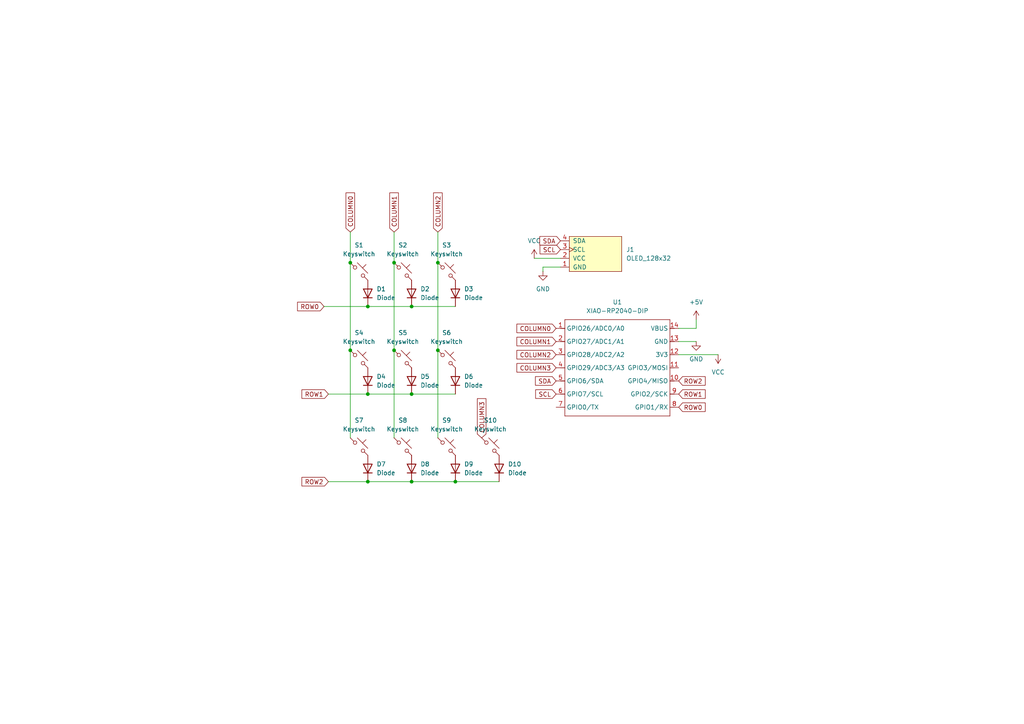
<source format=kicad_sch>
(kicad_sch
	(version 20231120)
	(generator "eeschema")
	(generator_version "8.0")
	(uuid "5b4dd8b7-96ec-44d0-baff-9a75616ef4b4")
	(paper "A4")
	(lib_symbols
		(symbol "ScottoKeebs:OLED_128x32"
			(pin_names
				(offset 1.016)
			)
			(exclude_from_sim no)
			(in_bom yes)
			(on_board yes)
			(property "Reference" "J"
				(at 0 -6.35 0)
				(effects
					(font
						(size 1.27 1.27)
					)
				)
			)
			(property "Value" "OLED_128x32"
				(at 0 6.35 0)
				(effects
					(font
						(size 1.27 1.27)
					)
				)
			)
			(property "Footprint" "ScottoKeebs_Components:OLED_128x32"
				(at 0 8.89 0)
				(effects
					(font
						(size 1.27 1.27)
					)
					(hide yes)
				)
			)
			(property "Datasheet" ""
				(at 0 1.27 0)
				(effects
					(font
						(size 1.27 1.27)
					)
					(hide yes)
				)
			)
			(property "Description" ""
				(at 0 0 0)
				(effects
					(font
						(size 1.27 1.27)
					)
					(hide yes)
				)
			)
			(symbol "OLED_128x32_0_1"
				(rectangle
					(start 0 5.08)
					(end 15.24 -5.08)
					(stroke
						(width 0)
						(type default)
					)
					(fill
						(type background)
					)
				)
			)
			(symbol "OLED_128x32_1_1"
				(pin power_in line
					(at -2.54 -3.81 0)
					(length 2.54)
					(name "GND"
						(effects
							(font
								(size 1.27 1.27)
							)
						)
					)
					(number "1"
						(effects
							(font
								(size 1.27 1.27)
							)
						)
					)
				)
				(pin power_in line
					(at -2.54 -1.27 0)
					(length 2.54)
					(name "VCC"
						(effects
							(font
								(size 1.27 1.27)
							)
						)
					)
					(number "2"
						(effects
							(font
								(size 1.27 1.27)
							)
						)
					)
				)
				(pin input clock
					(at -2.54 1.27 0)
					(length 2.54)
					(name "SCL"
						(effects
							(font
								(size 1.27 1.27)
							)
						)
					)
					(number "3"
						(effects
							(font
								(size 1.27 1.27)
							)
						)
					)
				)
				(pin bidirectional line
					(at -2.54 3.81 0)
					(length 2.54)
					(name "SDA"
						(effects
							(font
								(size 1.27 1.27)
							)
						)
					)
					(number "4"
						(effects
							(font
								(size 1.27 1.27)
							)
						)
					)
				)
			)
		)
		(symbol "ScottoKeebs:Placeholder_Diode"
			(pin_numbers hide)
			(pin_names hide)
			(exclude_from_sim no)
			(in_bom yes)
			(on_board yes)
			(property "Reference" "D"
				(at 0 2.54 0)
				(effects
					(font
						(size 1.27 1.27)
					)
				)
			)
			(property "Value" "Diode"
				(at 0 -2.54 0)
				(effects
					(font
						(size 1.27 1.27)
					)
				)
			)
			(property "Footprint" ""
				(at 0 0 0)
				(effects
					(font
						(size 1.27 1.27)
					)
					(hide yes)
				)
			)
			(property "Datasheet" ""
				(at 0 0 0)
				(effects
					(font
						(size 1.27 1.27)
					)
					(hide yes)
				)
			)
			(property "Description" "1N4148 (DO-35) or 1N4148W (SOD-123)"
				(at 0 0 0)
				(effects
					(font
						(size 1.27 1.27)
					)
					(hide yes)
				)
			)
			(property "Sim.Device" "D"
				(at 0 0 0)
				(effects
					(font
						(size 1.27 1.27)
					)
					(hide yes)
				)
			)
			(property "Sim.Pins" "1=K 2=A"
				(at 0 0 0)
				(effects
					(font
						(size 1.27 1.27)
					)
					(hide yes)
				)
			)
			(property "ki_keywords" "diode"
				(at 0 0 0)
				(effects
					(font
						(size 1.27 1.27)
					)
					(hide yes)
				)
			)
			(property "ki_fp_filters" "D*DO?35*"
				(at 0 0 0)
				(effects
					(font
						(size 1.27 1.27)
					)
					(hide yes)
				)
			)
			(symbol "Placeholder_Diode_0_1"
				(polyline
					(pts
						(xy -1.27 1.27) (xy -1.27 -1.27)
					)
					(stroke
						(width 0.254)
						(type default)
					)
					(fill
						(type none)
					)
				)
				(polyline
					(pts
						(xy 1.27 0) (xy -1.27 0)
					)
					(stroke
						(width 0)
						(type default)
					)
					(fill
						(type none)
					)
				)
				(polyline
					(pts
						(xy 1.27 1.27) (xy 1.27 -1.27) (xy -1.27 0) (xy 1.27 1.27)
					)
					(stroke
						(width 0.254)
						(type default)
					)
					(fill
						(type none)
					)
				)
			)
			(symbol "Placeholder_Diode_1_1"
				(pin passive line
					(at -3.81 0 0)
					(length 2.54)
					(name "K"
						(effects
							(font
								(size 1.27 1.27)
							)
						)
					)
					(number "1"
						(effects
							(font
								(size 1.27 1.27)
							)
						)
					)
				)
				(pin passive line
					(at 3.81 0 180)
					(length 2.54)
					(name "A"
						(effects
							(font
								(size 1.27 1.27)
							)
						)
					)
					(number "2"
						(effects
							(font
								(size 1.27 1.27)
							)
						)
					)
				)
			)
		)
		(symbol "ScottoKeebs:Placeholder_Keyswitch"
			(pin_numbers hide)
			(pin_names
				(offset 1.016) hide)
			(exclude_from_sim no)
			(in_bom yes)
			(on_board yes)
			(property "Reference" "S"
				(at 3.048 1.016 0)
				(effects
					(font
						(size 1.27 1.27)
					)
					(justify left)
				)
			)
			(property "Value" "Keyswitch"
				(at 0 -3.81 0)
				(effects
					(font
						(size 1.27 1.27)
					)
				)
			)
			(property "Footprint" ""
				(at 0 0 0)
				(effects
					(font
						(size 1.27 1.27)
					)
					(hide yes)
				)
			)
			(property "Datasheet" "~"
				(at 0 0 0)
				(effects
					(font
						(size 1.27 1.27)
					)
					(hide yes)
				)
			)
			(property "Description" "Push button switch, normally open, two pins, 45° tilted"
				(at 0 0 0)
				(effects
					(font
						(size 1.27 1.27)
					)
					(hide yes)
				)
			)
			(property "ki_keywords" "switch normally-open pushbutton push-button"
				(at 0 0 0)
				(effects
					(font
						(size 1.27 1.27)
					)
					(hide yes)
				)
			)
			(symbol "Placeholder_Keyswitch_0_1"
				(circle
					(center -1.1684 1.1684)
					(radius 0.508)
					(stroke
						(width 0)
						(type default)
					)
					(fill
						(type none)
					)
				)
				(polyline
					(pts
						(xy -0.508 2.54) (xy 2.54 -0.508)
					)
					(stroke
						(width 0)
						(type default)
					)
					(fill
						(type none)
					)
				)
				(polyline
					(pts
						(xy 1.016 1.016) (xy 2.032 2.032)
					)
					(stroke
						(width 0)
						(type default)
					)
					(fill
						(type none)
					)
				)
				(polyline
					(pts
						(xy -2.54 2.54) (xy -1.524 1.524) (xy -1.524 1.524)
					)
					(stroke
						(width 0)
						(type default)
					)
					(fill
						(type none)
					)
				)
				(polyline
					(pts
						(xy 1.524 -1.524) (xy 2.54 -2.54) (xy 2.54 -2.54) (xy 2.54 -2.54)
					)
					(stroke
						(width 0)
						(type default)
					)
					(fill
						(type none)
					)
				)
				(circle
					(center 1.143 -1.1938)
					(radius 0.508)
					(stroke
						(width 0)
						(type default)
					)
					(fill
						(type none)
					)
				)
				(pin passive line
					(at -2.54 2.54 0)
					(length 0)
					(name "1"
						(effects
							(font
								(size 1.27 1.27)
							)
						)
					)
					(number "1"
						(effects
							(font
								(size 1.27 1.27)
							)
						)
					)
				)
				(pin passive line
					(at 2.54 -2.54 180)
					(length 0)
					(name "2"
						(effects
							(font
								(size 1.27 1.27)
							)
						)
					)
					(number "2"
						(effects
							(font
								(size 1.27 1.27)
							)
						)
					)
				)
			)
		)
		(symbol "Seeed_Studio_XIAO_Series:XIAO-RP2040-DIP"
			(exclude_from_sim no)
			(in_bom yes)
			(on_board yes)
			(property "Reference" "U"
				(at 0 0 0)
				(effects
					(font
						(size 1.27 1.27)
					)
				)
			)
			(property "Value" "XIAO-RP2040-DIP"
				(at 5.334 -1.778 0)
				(effects
					(font
						(size 1.27 1.27)
					)
				)
			)
			(property "Footprint" "Module:MOUDLE14P-XIAO-DIP-SMD"
				(at 14.478 -32.258 0)
				(effects
					(font
						(size 1.27 1.27)
					)
					(hide yes)
				)
			)
			(property "Datasheet" ""
				(at 0 0 0)
				(effects
					(font
						(size 1.27 1.27)
					)
					(hide yes)
				)
			)
			(property "Description" ""
				(at 0 0 0)
				(effects
					(font
						(size 1.27 1.27)
					)
					(hide yes)
				)
			)
			(symbol "XIAO-RP2040-DIP_1_0"
				(polyline
					(pts
						(xy -1.27 -30.48) (xy -1.27 -16.51)
					)
					(stroke
						(width 0.1524)
						(type solid)
					)
					(fill
						(type none)
					)
				)
				(polyline
					(pts
						(xy -1.27 -27.94) (xy -2.54 -27.94)
					)
					(stroke
						(width 0.1524)
						(type solid)
					)
					(fill
						(type none)
					)
				)
				(polyline
					(pts
						(xy -1.27 -24.13) (xy -2.54 -24.13)
					)
					(stroke
						(width 0.1524)
						(type solid)
					)
					(fill
						(type none)
					)
				)
				(polyline
					(pts
						(xy -1.27 -20.32) (xy -2.54 -20.32)
					)
					(stroke
						(width 0.1524)
						(type solid)
					)
					(fill
						(type none)
					)
				)
				(polyline
					(pts
						(xy -1.27 -16.51) (xy -2.54 -16.51)
					)
					(stroke
						(width 0.1524)
						(type solid)
					)
					(fill
						(type none)
					)
				)
				(polyline
					(pts
						(xy -1.27 -16.51) (xy -1.27 -12.7)
					)
					(stroke
						(width 0.1524)
						(type solid)
					)
					(fill
						(type none)
					)
				)
				(polyline
					(pts
						(xy -1.27 -12.7) (xy -2.54 -12.7)
					)
					(stroke
						(width 0.1524)
						(type solid)
					)
					(fill
						(type none)
					)
				)
				(polyline
					(pts
						(xy -1.27 -12.7) (xy -1.27 -8.89)
					)
					(stroke
						(width 0.1524)
						(type solid)
					)
					(fill
						(type none)
					)
				)
				(polyline
					(pts
						(xy -1.27 -8.89) (xy -2.54 -8.89)
					)
					(stroke
						(width 0.1524)
						(type solid)
					)
					(fill
						(type none)
					)
				)
				(polyline
					(pts
						(xy -1.27 -8.89) (xy -1.27 -5.08)
					)
					(stroke
						(width 0.1524)
						(type solid)
					)
					(fill
						(type none)
					)
				)
				(polyline
					(pts
						(xy -1.27 -5.08) (xy -2.54 -5.08)
					)
					(stroke
						(width 0.1524)
						(type solid)
					)
					(fill
						(type none)
					)
				)
				(polyline
					(pts
						(xy -1.27 -5.08) (xy -1.27 -2.54)
					)
					(stroke
						(width 0.1524)
						(type solid)
					)
					(fill
						(type none)
					)
				)
				(polyline
					(pts
						(xy -1.27 -2.54) (xy 29.21 -2.54)
					)
					(stroke
						(width 0.1524)
						(type solid)
					)
					(fill
						(type none)
					)
				)
				(polyline
					(pts
						(xy 29.21 -30.48) (xy -1.27 -30.48)
					)
					(stroke
						(width 0.1524)
						(type solid)
					)
					(fill
						(type none)
					)
				)
				(polyline
					(pts
						(xy 29.21 -12.7) (xy 29.21 -30.48)
					)
					(stroke
						(width 0.1524)
						(type solid)
					)
					(fill
						(type none)
					)
				)
				(polyline
					(pts
						(xy 29.21 -8.89) (xy 29.21 -12.7)
					)
					(stroke
						(width 0.1524)
						(type solid)
					)
					(fill
						(type none)
					)
				)
				(polyline
					(pts
						(xy 29.21 -5.08) (xy 29.21 -8.89)
					)
					(stroke
						(width 0.1524)
						(type solid)
					)
					(fill
						(type none)
					)
				)
				(polyline
					(pts
						(xy 29.21 -2.54) (xy 29.21 -5.08)
					)
					(stroke
						(width 0.1524)
						(type solid)
					)
					(fill
						(type none)
					)
				)
				(polyline
					(pts
						(xy 30.48 -27.94) (xy 29.21 -27.94)
					)
					(stroke
						(width 0.1524)
						(type solid)
					)
					(fill
						(type none)
					)
				)
				(polyline
					(pts
						(xy 30.48 -24.13) (xy 29.21 -24.13)
					)
					(stroke
						(width 0.1524)
						(type solid)
					)
					(fill
						(type none)
					)
				)
				(polyline
					(pts
						(xy 30.48 -20.32) (xy 29.21 -20.32)
					)
					(stroke
						(width 0.1524)
						(type solid)
					)
					(fill
						(type none)
					)
				)
				(polyline
					(pts
						(xy 30.48 -16.51) (xy 29.21 -16.51)
					)
					(stroke
						(width 0.1524)
						(type solid)
					)
					(fill
						(type none)
					)
				)
				(polyline
					(pts
						(xy 30.48 -12.7) (xy 29.21 -12.7)
					)
					(stroke
						(width 0.1524)
						(type solid)
					)
					(fill
						(type none)
					)
				)
				(polyline
					(pts
						(xy 30.48 -8.89) (xy 29.21 -8.89)
					)
					(stroke
						(width 0.1524)
						(type solid)
					)
					(fill
						(type none)
					)
				)
				(polyline
					(pts
						(xy 30.48 -5.08) (xy 29.21 -5.08)
					)
					(stroke
						(width 0.1524)
						(type solid)
					)
					(fill
						(type none)
					)
				)
				(pin passive line
					(at -3.81 -5.08 0)
					(length 2.54)
					(name "GPIO26/ADC0/A0"
						(effects
							(font
								(size 1.27 1.27)
							)
						)
					)
					(number "1"
						(effects
							(font
								(size 1.27 1.27)
							)
						)
					)
				)
				(pin passive line
					(at 31.75 -20.32 180)
					(length 2.54)
					(name "GPIO4/MISO"
						(effects
							(font
								(size 1.27 1.27)
							)
						)
					)
					(number "10"
						(effects
							(font
								(size 1.27 1.27)
							)
						)
					)
				)
				(pin passive line
					(at 31.75 -16.51 180)
					(length 2.54)
					(name "GPIO3/MOSI"
						(effects
							(font
								(size 1.27 1.27)
							)
						)
					)
					(number "11"
						(effects
							(font
								(size 1.27 1.27)
							)
						)
					)
				)
				(pin passive line
					(at 31.75 -12.7 180)
					(length 2.54)
					(name "3V3"
						(effects
							(font
								(size 1.27 1.27)
							)
						)
					)
					(number "12"
						(effects
							(font
								(size 1.27 1.27)
							)
						)
					)
				)
				(pin passive line
					(at 31.75 -8.89 180)
					(length 2.54)
					(name "GND"
						(effects
							(font
								(size 1.27 1.27)
							)
						)
					)
					(number "13"
						(effects
							(font
								(size 1.27 1.27)
							)
						)
					)
				)
				(pin passive line
					(at 31.75 -5.08 180)
					(length 2.54)
					(name "VBUS"
						(effects
							(font
								(size 1.27 1.27)
							)
						)
					)
					(number "14"
						(effects
							(font
								(size 1.27 1.27)
							)
						)
					)
				)
				(pin passive line
					(at -3.81 -8.89 0)
					(length 2.54)
					(name "GPIO27/ADC1/A1"
						(effects
							(font
								(size 1.27 1.27)
							)
						)
					)
					(number "2"
						(effects
							(font
								(size 1.27 1.27)
							)
						)
					)
				)
				(pin passive line
					(at -3.81 -12.7 0)
					(length 2.54)
					(name "GPIO28/ADC2/A2"
						(effects
							(font
								(size 1.27 1.27)
							)
						)
					)
					(number "3"
						(effects
							(font
								(size 1.27 1.27)
							)
						)
					)
				)
				(pin passive line
					(at -3.81 -16.51 0)
					(length 2.54)
					(name "GPIO29/ADC3/A3"
						(effects
							(font
								(size 1.27 1.27)
							)
						)
					)
					(number "4"
						(effects
							(font
								(size 1.27 1.27)
							)
						)
					)
				)
				(pin passive line
					(at -3.81 -20.32 0)
					(length 2.54)
					(name "GPIO6/SDA"
						(effects
							(font
								(size 1.27 1.27)
							)
						)
					)
					(number "5"
						(effects
							(font
								(size 1.27 1.27)
							)
						)
					)
				)
				(pin passive line
					(at -3.81 -24.13 0)
					(length 2.54)
					(name "GPIO7/SCL"
						(effects
							(font
								(size 1.27 1.27)
							)
						)
					)
					(number "6"
						(effects
							(font
								(size 1.27 1.27)
							)
						)
					)
				)
				(pin passive line
					(at -3.81 -27.94 0)
					(length 2.54)
					(name "GPIO0/TX"
						(effects
							(font
								(size 1.27 1.27)
							)
						)
					)
					(number "7"
						(effects
							(font
								(size 1.27 1.27)
							)
						)
					)
				)
				(pin passive line
					(at 31.75 -27.94 180)
					(length 2.54)
					(name "GPIO1/RX"
						(effects
							(font
								(size 1.27 1.27)
							)
						)
					)
					(number "8"
						(effects
							(font
								(size 1.27 1.27)
							)
						)
					)
				)
				(pin passive line
					(at 31.75 -24.13 180)
					(length 2.54)
					(name "GPIO2/SCK"
						(effects
							(font
								(size 1.27 1.27)
							)
						)
					)
					(number "9"
						(effects
							(font
								(size 1.27 1.27)
							)
						)
					)
				)
			)
		)
		(symbol "power:+5V"
			(power)
			(pin_numbers hide)
			(pin_names
				(offset 0) hide)
			(exclude_from_sim no)
			(in_bom yes)
			(on_board yes)
			(property "Reference" "#PWR"
				(at 0 -3.81 0)
				(effects
					(font
						(size 1.27 1.27)
					)
					(hide yes)
				)
			)
			(property "Value" "+5V"
				(at 0 3.556 0)
				(effects
					(font
						(size 1.27 1.27)
					)
				)
			)
			(property "Footprint" ""
				(at 0 0 0)
				(effects
					(font
						(size 1.27 1.27)
					)
					(hide yes)
				)
			)
			(property "Datasheet" ""
				(at 0 0 0)
				(effects
					(font
						(size 1.27 1.27)
					)
					(hide yes)
				)
			)
			(property "Description" "Power symbol creates a global label with name \"+5V\""
				(at 0 0 0)
				(effects
					(font
						(size 1.27 1.27)
					)
					(hide yes)
				)
			)
			(property "ki_keywords" "global power"
				(at 0 0 0)
				(effects
					(font
						(size 1.27 1.27)
					)
					(hide yes)
				)
			)
			(symbol "+5V_0_1"
				(polyline
					(pts
						(xy -0.762 1.27) (xy 0 2.54)
					)
					(stroke
						(width 0)
						(type default)
					)
					(fill
						(type none)
					)
				)
				(polyline
					(pts
						(xy 0 0) (xy 0 2.54)
					)
					(stroke
						(width 0)
						(type default)
					)
					(fill
						(type none)
					)
				)
				(polyline
					(pts
						(xy 0 2.54) (xy 0.762 1.27)
					)
					(stroke
						(width 0)
						(type default)
					)
					(fill
						(type none)
					)
				)
			)
			(symbol "+5V_1_1"
				(pin power_in line
					(at 0 0 90)
					(length 0)
					(name "~"
						(effects
							(font
								(size 1.27 1.27)
							)
						)
					)
					(number "1"
						(effects
							(font
								(size 1.27 1.27)
							)
						)
					)
				)
			)
		)
		(symbol "power:GND"
			(power)
			(pin_numbers hide)
			(pin_names
				(offset 0) hide)
			(exclude_from_sim no)
			(in_bom yes)
			(on_board yes)
			(property "Reference" "#PWR"
				(at 0 -6.35 0)
				(effects
					(font
						(size 1.27 1.27)
					)
					(hide yes)
				)
			)
			(property "Value" "GND"
				(at 0 -3.81 0)
				(effects
					(font
						(size 1.27 1.27)
					)
				)
			)
			(property "Footprint" ""
				(at 0 0 0)
				(effects
					(font
						(size 1.27 1.27)
					)
					(hide yes)
				)
			)
			(property "Datasheet" ""
				(at 0 0 0)
				(effects
					(font
						(size 1.27 1.27)
					)
					(hide yes)
				)
			)
			(property "Description" "Power symbol creates a global label with name \"GND\" , ground"
				(at 0 0 0)
				(effects
					(font
						(size 1.27 1.27)
					)
					(hide yes)
				)
			)
			(property "ki_keywords" "global power"
				(at 0 0 0)
				(effects
					(font
						(size 1.27 1.27)
					)
					(hide yes)
				)
			)
			(symbol "GND_0_1"
				(polyline
					(pts
						(xy 0 0) (xy 0 -1.27) (xy 1.27 -1.27) (xy 0 -2.54) (xy -1.27 -1.27) (xy 0 -1.27)
					)
					(stroke
						(width 0)
						(type default)
					)
					(fill
						(type none)
					)
				)
			)
			(symbol "GND_1_1"
				(pin power_in line
					(at 0 0 270)
					(length 0)
					(name "~"
						(effects
							(font
								(size 1.27 1.27)
							)
						)
					)
					(number "1"
						(effects
							(font
								(size 1.27 1.27)
							)
						)
					)
				)
			)
		)
		(symbol "power:VCC"
			(power)
			(pin_numbers hide)
			(pin_names
				(offset 0) hide)
			(exclude_from_sim no)
			(in_bom yes)
			(on_board yes)
			(property "Reference" "#PWR"
				(at 0 -3.81 0)
				(effects
					(font
						(size 1.27 1.27)
					)
					(hide yes)
				)
			)
			(property "Value" "VCC"
				(at 0 3.556 0)
				(effects
					(font
						(size 1.27 1.27)
					)
				)
			)
			(property "Footprint" ""
				(at 0 0 0)
				(effects
					(font
						(size 1.27 1.27)
					)
					(hide yes)
				)
			)
			(property "Datasheet" ""
				(at 0 0 0)
				(effects
					(font
						(size 1.27 1.27)
					)
					(hide yes)
				)
			)
			(property "Description" "Power symbol creates a global label with name \"VCC\""
				(at 0 0 0)
				(effects
					(font
						(size 1.27 1.27)
					)
					(hide yes)
				)
			)
			(property "ki_keywords" "global power"
				(at 0 0 0)
				(effects
					(font
						(size 1.27 1.27)
					)
					(hide yes)
				)
			)
			(symbol "VCC_0_1"
				(polyline
					(pts
						(xy -0.762 1.27) (xy 0 2.54)
					)
					(stroke
						(width 0)
						(type default)
					)
					(fill
						(type none)
					)
				)
				(polyline
					(pts
						(xy 0 0) (xy 0 2.54)
					)
					(stroke
						(width 0)
						(type default)
					)
					(fill
						(type none)
					)
				)
				(polyline
					(pts
						(xy 0 2.54) (xy 0.762 1.27)
					)
					(stroke
						(width 0)
						(type default)
					)
					(fill
						(type none)
					)
				)
			)
			(symbol "VCC_1_1"
				(pin power_in line
					(at 0 0 90)
					(length 0)
					(name "~"
						(effects
							(font
								(size 1.27 1.27)
							)
						)
					)
					(number "1"
						(effects
							(font
								(size 1.27 1.27)
							)
						)
					)
				)
			)
		)
	)
	(junction
		(at 114.3 101.6)
		(diameter 0)
		(color 0 0 0 0)
		(uuid "133d8d1b-5be5-434a-89d5-a1fcb208a378")
	)
	(junction
		(at 106.68 139.7)
		(diameter 0)
		(color 0 0 0 0)
		(uuid "15b96fb5-b55b-4051-8429-9e68627cbfde")
	)
	(junction
		(at 114.3 76.2)
		(diameter 0)
		(color 0 0 0 0)
		(uuid "1a49ef7d-9ee1-4014-8900-411030a36cc4")
	)
	(junction
		(at 132.08 139.7)
		(diameter 0)
		(color 0 0 0 0)
		(uuid "37d1da06-4bcd-49d4-8119-5724c2140c46")
	)
	(junction
		(at 127 101.6)
		(diameter 0)
		(color 0 0 0 0)
		(uuid "4237f57e-ff81-46c6-b03f-feb18a69b964")
	)
	(junction
		(at 101.6 76.2)
		(diameter 0)
		(color 0 0 0 0)
		(uuid "44b41819-63e4-4e76-a3e5-2731d6f20e44")
	)
	(junction
		(at 119.38 88.9)
		(diameter 0)
		(color 0 0 0 0)
		(uuid "4cef523f-273e-45f8-8fa1-55d11fb07071")
	)
	(junction
		(at 106.68 88.9)
		(diameter 0)
		(color 0 0 0 0)
		(uuid "605e97b7-e79f-4d0f-a2f3-120c891c9e73")
	)
	(junction
		(at 119.38 114.3)
		(diameter 0)
		(color 0 0 0 0)
		(uuid "63623f1b-27de-49ae-b44f-a3b4a042b239")
	)
	(junction
		(at 106.68 114.3)
		(diameter 0)
		(color 0 0 0 0)
		(uuid "96e2484b-c6fd-4ac2-94f6-f7d9d115a78d")
	)
	(junction
		(at 101.6 101.6)
		(diameter 0)
		(color 0 0 0 0)
		(uuid "aad6f926-c85d-4ec7-8830-6c004a629a1e")
	)
	(junction
		(at 127 76.2)
		(diameter 0)
		(color 0 0 0 0)
		(uuid "c6e17cc3-a8be-496e-bb57-fda02a07bde5")
	)
	(junction
		(at 119.38 139.7)
		(diameter 0)
		(color 0 0 0 0)
		(uuid "e97f17b0-e0f7-460c-8a06-67e0745db8d1")
	)
	(wire
		(pts
			(xy 157.48 77.47) (xy 157.48 78.74)
		)
		(stroke
			(width 0)
			(type default)
		)
		(uuid "0084f3d0-b82d-4745-9259-084c8846b23e")
	)
	(wire
		(pts
			(xy 127 101.6) (xy 127 127)
		)
		(stroke
			(width 0)
			(type default)
		)
		(uuid "03bde91b-f775-4f29-9cc7-b892085852ef")
	)
	(wire
		(pts
			(xy 119.38 88.9) (xy 132.08 88.9)
		)
		(stroke
			(width 0)
			(type default)
		)
		(uuid "144539ed-87d6-4c89-bcb6-afde5f2413a1")
	)
	(wire
		(pts
			(xy 106.68 139.7) (xy 119.38 139.7)
		)
		(stroke
			(width 0)
			(type default)
		)
		(uuid "1e68185c-b995-48e2-ba02-4332adcba26e")
	)
	(wire
		(pts
			(xy 132.08 139.7) (xy 144.78 139.7)
		)
		(stroke
			(width 0)
			(type default)
		)
		(uuid "2e0527c9-d20a-4726-98c8-da5095572136")
	)
	(wire
		(pts
			(xy 201.93 99.06) (xy 196.85 99.06)
		)
		(stroke
			(width 0)
			(type default)
		)
		(uuid "36231942-67cb-4391-ac6a-e461aeb8ddb6")
	)
	(wire
		(pts
			(xy 127 67.31) (xy 127 76.2)
		)
		(stroke
			(width 0)
			(type default)
		)
		(uuid "36bd0624-0be5-4615-b382-50210915cb84")
	)
	(wire
		(pts
			(xy 95.25 139.7) (xy 106.68 139.7)
		)
		(stroke
			(width 0)
			(type default)
		)
		(uuid "59ef4c1a-c1d6-4263-b025-10e825a9ab79")
	)
	(wire
		(pts
			(xy 114.3 101.6) (xy 114.3 127)
		)
		(stroke
			(width 0)
			(type default)
		)
		(uuid "5c5885bb-2775-4cbd-87b1-60aa5e405fe4")
	)
	(wire
		(pts
			(xy 154.94 74.93) (xy 162.56 74.93)
		)
		(stroke
			(width 0)
			(type default)
		)
		(uuid "60fab93b-c108-4b86-804b-a877200e9710")
	)
	(wire
		(pts
			(xy 162.56 77.47) (xy 157.48 77.47)
		)
		(stroke
			(width 0)
			(type default)
		)
		(uuid "60fe25a0-d8b9-4588-895c-bfb6f786a2ef")
	)
	(wire
		(pts
			(xy 101.6 101.6) (xy 101.6 127)
		)
		(stroke
			(width 0)
			(type default)
		)
		(uuid "6e2fb8de-ef00-491c-b5af-8b8e2cdda8c9")
	)
	(wire
		(pts
			(xy 196.85 102.87) (xy 208.28 102.87)
		)
		(stroke
			(width 0)
			(type default)
		)
		(uuid "700c082c-996e-47df-80c6-28c4d2c214b2")
	)
	(wire
		(pts
			(xy 201.93 95.25) (xy 196.85 95.25)
		)
		(stroke
			(width 0)
			(type default)
		)
		(uuid "8d2e8a88-65d0-4fca-9d13-b73ceaefee07")
	)
	(wire
		(pts
			(xy 101.6 67.31) (xy 101.6 76.2)
		)
		(stroke
			(width 0)
			(type default)
		)
		(uuid "8d54356d-3fa4-4c90-9fc4-9b504b7a1c19")
	)
	(wire
		(pts
			(xy 114.3 76.2) (xy 114.3 101.6)
		)
		(stroke
			(width 0)
			(type default)
		)
		(uuid "90451242-fde0-42f4-88d0-af8aac76286c")
	)
	(wire
		(pts
			(xy 101.6 76.2) (xy 101.6 101.6)
		)
		(stroke
			(width 0)
			(type default)
		)
		(uuid "9dc90021-46df-4e49-a47c-def671f39744")
	)
	(wire
		(pts
			(xy 114.3 67.31) (xy 114.3 76.2)
		)
		(stroke
			(width 0)
			(type default)
		)
		(uuid "a6656b72-f368-4d17-8da7-a3895fe9076e")
	)
	(wire
		(pts
			(xy 127 76.2) (xy 127 101.6)
		)
		(stroke
			(width 0)
			(type default)
		)
		(uuid "a7737a79-76dc-4e75-b8c1-212dbc974cf5")
	)
	(wire
		(pts
			(xy 119.38 139.7) (xy 132.08 139.7)
		)
		(stroke
			(width 0)
			(type default)
		)
		(uuid "add4b8ea-073d-459b-bfad-23dd9d59d0e7")
	)
	(wire
		(pts
			(xy 119.38 114.3) (xy 132.08 114.3)
		)
		(stroke
			(width 0)
			(type default)
		)
		(uuid "b0e63b7c-bf7c-4c17-ad8c-50032118e7f2")
	)
	(wire
		(pts
			(xy 201.93 92.71) (xy 201.93 95.25)
		)
		(stroke
			(width 0)
			(type default)
		)
		(uuid "b3d5d7ca-3a21-4596-be77-1bb57cff3660")
	)
	(wire
		(pts
			(xy 93.98 88.9) (xy 106.68 88.9)
		)
		(stroke
			(width 0)
			(type default)
		)
		(uuid "bb8b1bb1-ed09-4062-b814-f29c2712a9c9")
	)
	(wire
		(pts
			(xy 106.68 114.3) (xy 119.38 114.3)
		)
		(stroke
			(width 0)
			(type default)
		)
		(uuid "bcef5008-f763-4deb-a100-71fb8e088d47")
	)
	(wire
		(pts
			(xy 106.68 88.9) (xy 119.38 88.9)
		)
		(stroke
			(width 0)
			(type default)
		)
		(uuid "c38106ba-45ff-4d7a-8254-cc8ca1cfb518")
	)
	(wire
		(pts
			(xy 95.25 114.3) (xy 106.68 114.3)
		)
		(stroke
			(width 0)
			(type default)
		)
		(uuid "faec5125-13c0-42bc-9eb6-de6a52fd8b90")
	)
	(global_label "SDA"
		(shape input)
		(at 162.56 69.85 180)
		(fields_autoplaced yes)
		(effects
			(font
				(size 1.27 1.27)
			)
			(justify right)
		)
		(uuid "00a08558-f387-49de-a504-5d5fb67333f2")
		(property "Intersheetrefs" "${INTERSHEET_REFS}"
			(at 156.0067 69.85 0)
			(effects
				(font
					(size 1.27 1.27)
				)
				(justify right)
				(hide yes)
			)
		)
	)
	(global_label "COLUMN3"
		(shape input)
		(at 139.7 127 90)
		(fields_autoplaced yes)
		(effects
			(font
				(size 1.27 1.27)
			)
			(justify left)
		)
		(uuid "1d4656f5-7e4f-4d19-9b43-52866f72264a")
		(property "Intersheetrefs" "${INTERSHEET_REFS}"
			(at 139.7 115.0643 90)
			(effects
				(font
					(size 1.27 1.27)
				)
				(justify left)
				(hide yes)
			)
		)
	)
	(global_label "COLUMN2"
		(shape input)
		(at 161.29 102.87 180)
		(fields_autoplaced yes)
		(effects
			(font
				(size 1.27 1.27)
			)
			(justify right)
		)
		(uuid "32311970-8ac1-4273-8b25-ef38d2a5fd63")
		(property "Intersheetrefs" "${INTERSHEET_REFS}"
			(at 149.3543 102.87 0)
			(effects
				(font
					(size 1.27 1.27)
				)
				(justify right)
				(hide yes)
			)
		)
	)
	(global_label "SCL"
		(shape input)
		(at 161.29 114.3 180)
		(fields_autoplaced yes)
		(effects
			(font
				(size 1.27 1.27)
			)
			(justify right)
		)
		(uuid "349be566-6a0f-4527-af24-86a5aa209581")
		(property "Intersheetrefs" "${INTERSHEET_REFS}"
			(at 154.7972 114.3 0)
			(effects
				(font
					(size 1.27 1.27)
				)
				(justify right)
				(hide yes)
			)
		)
	)
	(global_label "ROW0"
		(shape input)
		(at 93.98 88.9 180)
		(fields_autoplaced yes)
		(effects
			(font
				(size 1.27 1.27)
			)
			(justify right)
		)
		(uuid "5270d46f-4e54-4bf3-812a-1b18ef717a1b")
		(property "Intersheetrefs" "${INTERSHEET_REFS}"
			(at 85.7334 88.9 0)
			(effects
				(font
					(size 1.27 1.27)
				)
				(justify right)
				(hide yes)
			)
		)
	)
	(global_label "COLUMN0"
		(shape input)
		(at 101.6 67.31 90)
		(fields_autoplaced yes)
		(effects
			(font
				(size 1.27 1.27)
			)
			(justify left)
		)
		(uuid "59f8fce5-3f75-44d3-b766-b5d12a75de35")
		(property "Intersheetrefs" "${INTERSHEET_REFS}"
			(at 101.6 55.3743 90)
			(effects
				(font
					(size 1.27 1.27)
				)
				(justify left)
				(hide yes)
			)
		)
	)
	(global_label "COLUMN0"
		(shape input)
		(at 161.29 95.25 180)
		(fields_autoplaced yes)
		(effects
			(font
				(size 1.27 1.27)
			)
			(justify right)
		)
		(uuid "61b91b8a-41ad-48fa-b569-34943f455cfd")
		(property "Intersheetrefs" "${INTERSHEET_REFS}"
			(at 149.3543 95.25 0)
			(effects
				(font
					(size 1.27 1.27)
				)
				(justify right)
				(hide yes)
			)
		)
	)
	(global_label "COLUMN1"
		(shape input)
		(at 114.3 67.31 90)
		(fields_autoplaced yes)
		(effects
			(font
				(size 1.27 1.27)
			)
			(justify left)
		)
		(uuid "6d4d0726-d596-4cec-b544-d14301bcd808")
		(property "Intersheetrefs" "${INTERSHEET_REFS}"
			(at 114.3 55.3743 90)
			(effects
				(font
					(size 1.27 1.27)
				)
				(justify left)
				(hide yes)
			)
		)
	)
	(global_label "COLUMN1"
		(shape input)
		(at 161.29 99.06 180)
		(fields_autoplaced yes)
		(effects
			(font
				(size 1.27 1.27)
			)
			(justify right)
		)
		(uuid "8a967bcd-d19f-4c68-bb21-82acf4c3c45a")
		(property "Intersheetrefs" "${INTERSHEET_REFS}"
			(at 149.3543 99.06 0)
			(effects
				(font
					(size 1.27 1.27)
				)
				(justify right)
				(hide yes)
			)
		)
	)
	(global_label "COLUMN2"
		(shape input)
		(at 127 67.31 90)
		(fields_autoplaced yes)
		(effects
			(font
				(size 1.27 1.27)
			)
			(justify left)
		)
		(uuid "8fee6471-0150-40cb-b268-4a6f731fd8a5")
		(property "Intersheetrefs" "${INTERSHEET_REFS}"
			(at 127 55.3743 90)
			(effects
				(font
					(size 1.27 1.27)
				)
				(justify left)
				(hide yes)
			)
		)
	)
	(global_label "ROW1"
		(shape input)
		(at 196.85 114.3 0)
		(fields_autoplaced yes)
		(effects
			(font
				(size 1.27 1.27)
			)
			(justify left)
		)
		(uuid "933e0cd9-edeb-476a-b565-408b9fa624a0")
		(property "Intersheetrefs" "${INTERSHEET_REFS}"
			(at 205.0966 114.3 0)
			(effects
				(font
					(size 1.27 1.27)
				)
				(justify left)
				(hide yes)
			)
		)
	)
	(global_label "ROW1"
		(shape input)
		(at 95.25 114.3 180)
		(fields_autoplaced yes)
		(effects
			(font
				(size 1.27 1.27)
			)
			(justify right)
		)
		(uuid "9703ec6d-8608-42de-82ab-659844c9459d")
		(property "Intersheetrefs" "${INTERSHEET_REFS}"
			(at 87.0034 114.3 0)
			(effects
				(font
					(size 1.27 1.27)
				)
				(justify right)
				(hide yes)
			)
		)
	)
	(global_label "SCL"
		(shape input)
		(at 162.56 72.39 180)
		(fields_autoplaced yes)
		(effects
			(font
				(size 1.27 1.27)
			)
			(justify right)
		)
		(uuid "9e3019ec-57d6-4a58-be11-22c8bc3768c4")
		(property "Intersheetrefs" "${INTERSHEET_REFS}"
			(at 156.0672 72.39 0)
			(effects
				(font
					(size 1.27 1.27)
				)
				(justify right)
				(hide yes)
			)
		)
	)
	(global_label "COLUMN3"
		(shape input)
		(at 161.29 106.68 180)
		(fields_autoplaced yes)
		(effects
			(font
				(size 1.27 1.27)
			)
			(justify right)
		)
		(uuid "a848fec4-8bd4-4a1b-8b5a-e57e19913f05")
		(property "Intersheetrefs" "${INTERSHEET_REFS}"
			(at 149.3543 106.68 0)
			(effects
				(font
					(size 1.27 1.27)
				)
				(justify right)
				(hide yes)
			)
		)
	)
	(global_label "ROW0"
		(shape input)
		(at 196.85 118.11 0)
		(fields_autoplaced yes)
		(effects
			(font
				(size 1.27 1.27)
			)
			(justify left)
		)
		(uuid "b4702d36-0dad-4dba-a517-463031de75e8")
		(property "Intersheetrefs" "${INTERSHEET_REFS}"
			(at 205.0966 118.11 0)
			(effects
				(font
					(size 1.27 1.27)
				)
				(justify left)
				(hide yes)
			)
		)
	)
	(global_label "ROW2"
		(shape input)
		(at 95.25 139.7 180)
		(fields_autoplaced yes)
		(effects
			(font
				(size 1.27 1.27)
			)
			(justify right)
		)
		(uuid "eaedb38c-ff7f-4f00-aeab-8e7d7e2218eb")
		(property "Intersheetrefs" "${INTERSHEET_REFS}"
			(at 87.0034 139.7 0)
			(effects
				(font
					(size 1.27 1.27)
				)
				(justify right)
				(hide yes)
			)
		)
	)
	(global_label "SDA"
		(shape input)
		(at 161.29 110.49 180)
		(fields_autoplaced yes)
		(effects
			(font
				(size 1.27 1.27)
			)
			(justify right)
		)
		(uuid "f4311b36-e2f0-4f40-87f9-3b04827ce625")
		(property "Intersheetrefs" "${INTERSHEET_REFS}"
			(at 154.7367 110.49 0)
			(effects
				(font
					(size 1.27 1.27)
				)
				(justify right)
				(hide yes)
			)
		)
	)
	(global_label "ROW2"
		(shape input)
		(at 196.85 110.49 0)
		(fields_autoplaced yes)
		(effects
			(font
				(size 1.27 1.27)
			)
			(justify left)
		)
		(uuid "f7129672-a59a-46f2-b3f3-5bed8e48c3ce")
		(property "Intersheetrefs" "${INTERSHEET_REFS}"
			(at 205.0966 110.49 0)
			(effects
				(font
					(size 1.27 1.27)
				)
				(justify left)
				(hide yes)
			)
		)
	)
	(symbol
		(lib_id "ScottoKeebs:Placeholder_Keyswitch")
		(at 129.54 104.14 0)
		(unit 1)
		(exclude_from_sim no)
		(in_bom yes)
		(on_board yes)
		(dnp no)
		(fields_autoplaced yes)
		(uuid "104bf888-4c06-48c4-a417-d78c6eedcc20")
		(property "Reference" "S6"
			(at 129.54 96.52 0)
			(effects
				(font
					(size 1.27 1.27)
				)
			)
		)
		(property "Value" "Keyswitch"
			(at 129.54 99.06 0)
			(effects
				(font
					(size 1.27 1.27)
				)
			)
		)
		(property "Footprint" "ScottoKeebs_MX:MX_PCB_1.00u"
			(at 129.54 104.14 0)
			(effects
				(font
					(size 1.27 1.27)
				)
				(hide yes)
			)
		)
		(property "Datasheet" "~"
			(at 129.54 104.14 0)
			(effects
				(font
					(size 1.27 1.27)
				)
				(hide yes)
			)
		)
		(property "Description" "Push button switch, normally open, two pins, 45° tilted"
			(at 129.54 104.14 0)
			(effects
				(font
					(size 1.27 1.27)
				)
				(hide yes)
			)
		)
		(pin "1"
			(uuid "b18120fc-3f73-40f6-8452-9c67f52ba07a")
		)
		(pin "2"
			(uuid "8b80e92f-43a5-44a2-99e3-c4b238c5501d")
		)
		(instances
			(project "Kb_2"
				(path "/5b4dd8b7-96ec-44d0-baff-9a75616ef4b4"
					(reference "S6")
					(unit 1)
				)
			)
		)
	)
	(symbol
		(lib_id "power:VCC")
		(at 154.94 74.93 0)
		(unit 1)
		(exclude_from_sim no)
		(in_bom yes)
		(on_board yes)
		(dnp no)
		(fields_autoplaced yes)
		(uuid "151da3b9-14fc-445e-8d4e-d3cbb2d2b715")
		(property "Reference" "#PWR04"
			(at 154.94 78.74 0)
			(effects
				(font
					(size 1.27 1.27)
				)
				(hide yes)
			)
		)
		(property "Value" "VCC"
			(at 154.94 69.85 0)
			(effects
				(font
					(size 1.27 1.27)
				)
			)
		)
		(property "Footprint" ""
			(at 154.94 74.93 0)
			(effects
				(font
					(size 1.27 1.27)
				)
				(hide yes)
			)
		)
		(property "Datasheet" ""
			(at 154.94 74.93 0)
			(effects
				(font
					(size 1.27 1.27)
				)
				(hide yes)
			)
		)
		(property "Description" "Power symbol creates a global label with name \"VCC\""
			(at 154.94 74.93 0)
			(effects
				(font
					(size 1.27 1.27)
				)
				(hide yes)
			)
		)
		(pin "1"
			(uuid "812d58c2-64d7-4695-ae92-c7efe890f695")
		)
		(instances
			(project ""
				(path "/5b4dd8b7-96ec-44d0-baff-9a75616ef4b4"
					(reference "#PWR04")
					(unit 1)
				)
			)
		)
	)
	(symbol
		(lib_id "ScottoKeebs:Placeholder_Keyswitch")
		(at 129.54 78.74 0)
		(unit 1)
		(exclude_from_sim no)
		(in_bom yes)
		(on_board yes)
		(dnp no)
		(fields_autoplaced yes)
		(uuid "173aa3e6-4184-4a4d-955d-de2b758ea405")
		(property "Reference" "S3"
			(at 129.54 71.12 0)
			(effects
				(font
					(size 1.27 1.27)
				)
			)
		)
		(property "Value" "Keyswitch"
			(at 129.54 73.66 0)
			(effects
				(font
					(size 1.27 1.27)
				)
			)
		)
		(property "Footprint" "ScottoKeebs_MX:MX_PCB_1.00u"
			(at 129.54 78.74 0)
			(effects
				(font
					(size 1.27 1.27)
				)
				(hide yes)
			)
		)
		(property "Datasheet" "~"
			(at 129.54 78.74 0)
			(effects
				(font
					(size 1.27 1.27)
				)
				(hide yes)
			)
		)
		(property "Description" "Push button switch, normally open, two pins, 45° tilted"
			(at 129.54 78.74 0)
			(effects
				(font
					(size 1.27 1.27)
				)
				(hide yes)
			)
		)
		(pin "1"
			(uuid "59c22e3d-6533-4825-93e0-5e9989e8e4aa")
		)
		(pin "2"
			(uuid "bc23a7f0-3b25-47ed-9126-e57722ba5b04")
		)
		(instances
			(project "Kb_2"
				(path "/5b4dd8b7-96ec-44d0-baff-9a75616ef4b4"
					(reference "S3")
					(unit 1)
				)
			)
		)
	)
	(symbol
		(lib_id "ScottoKeebs:Placeholder_Diode")
		(at 132.08 110.49 90)
		(unit 1)
		(exclude_from_sim no)
		(in_bom yes)
		(on_board yes)
		(dnp no)
		(fields_autoplaced yes)
		(uuid "23c6c76c-594b-4351-b336-378790b9f5ed")
		(property "Reference" "D6"
			(at 134.62 109.2199 90)
			(effects
				(font
					(size 1.27 1.27)
				)
				(justify right)
			)
		)
		(property "Value" "Diode"
			(at 134.62 111.7599 90)
			(effects
				(font
					(size 1.27 1.27)
				)
				(justify right)
			)
		)
		(property "Footprint" "ScottoKeebs_Components:Diode_DO-35"
			(at 132.08 110.49 0)
			(effects
				(font
					(size 1.27 1.27)
				)
				(hide yes)
			)
		)
		(property "Datasheet" ""
			(at 132.08 110.49 0)
			(effects
				(font
					(size 1.27 1.27)
				)
				(hide yes)
			)
		)
		(property "Description" "1N4148 (DO-35) or 1N4148W (SOD-123)"
			(at 132.08 110.49 0)
			(effects
				(font
					(size 1.27 1.27)
				)
				(hide yes)
			)
		)
		(property "Sim.Device" "D"
			(at 132.08 110.49 0)
			(effects
				(font
					(size 1.27 1.27)
				)
				(hide yes)
			)
		)
		(property "Sim.Pins" "1=K 2=A"
			(at 132.08 110.49 0)
			(effects
				(font
					(size 1.27 1.27)
				)
				(hide yes)
			)
		)
		(pin "2"
			(uuid "5a0947e8-4b67-4046-966c-9479c0407d31")
		)
		(pin "1"
			(uuid "4f68c9be-bdbd-415a-99b8-36f9f86551e7")
		)
		(instances
			(project "Kb_2"
				(path "/5b4dd8b7-96ec-44d0-baff-9a75616ef4b4"
					(reference "D6")
					(unit 1)
				)
			)
		)
	)
	(symbol
		(lib_id "ScottoKeebs:Placeholder_Keyswitch")
		(at 116.84 104.14 0)
		(unit 1)
		(exclude_from_sim no)
		(in_bom yes)
		(on_board yes)
		(dnp no)
		(fields_autoplaced yes)
		(uuid "244f9c9e-9516-4749-948b-68a63dd965d9")
		(property "Reference" "S5"
			(at 116.84 96.52 0)
			(effects
				(font
					(size 1.27 1.27)
				)
			)
		)
		(property "Value" "Keyswitch"
			(at 116.84 99.06 0)
			(effects
				(font
					(size 1.27 1.27)
				)
			)
		)
		(property "Footprint" "ScottoKeebs_MX:MX_PCB_1.00u"
			(at 116.84 104.14 0)
			(effects
				(font
					(size 1.27 1.27)
				)
				(hide yes)
			)
		)
		(property "Datasheet" "~"
			(at 116.84 104.14 0)
			(effects
				(font
					(size 1.27 1.27)
				)
				(hide yes)
			)
		)
		(property "Description" "Push button switch, normally open, two pins, 45° tilted"
			(at 116.84 104.14 0)
			(effects
				(font
					(size 1.27 1.27)
				)
				(hide yes)
			)
		)
		(pin "1"
			(uuid "e77e684f-58c6-4576-bce6-7d081ef842fa")
		)
		(pin "2"
			(uuid "868228a4-7b44-42c9-924f-46c191e26f3a")
		)
		(instances
			(project "Kb_2"
				(path "/5b4dd8b7-96ec-44d0-baff-9a75616ef4b4"
					(reference "S5")
					(unit 1)
				)
			)
		)
	)
	(symbol
		(lib_id "Seeed_Studio_XIAO_Series:XIAO-RP2040-DIP")
		(at 165.1 90.17 0)
		(unit 1)
		(exclude_from_sim no)
		(in_bom yes)
		(on_board yes)
		(dnp no)
		(fields_autoplaced yes)
		(uuid "36aa7983-d2fc-44fc-a765-44d1cc78400a")
		(property "Reference" "U1"
			(at 179.07 87.63 0)
			(effects
				(font
					(size 1.27 1.27)
				)
			)
		)
		(property "Value" "XIAO-RP2040-DIP"
			(at 179.07 90.17 0)
			(effects
				(font
					(size 1.27 1.27)
				)
			)
		)
		(property "Footprint" "Seeed Studio XIAO Series Library:XIAO-RP2040-DIP"
			(at 179.578 122.428 0)
			(effects
				(font
					(size 1.27 1.27)
				)
				(hide yes)
			)
		)
		(property "Datasheet" ""
			(at 165.1 90.17 0)
			(effects
				(font
					(size 1.27 1.27)
				)
				(hide yes)
			)
		)
		(property "Description" ""
			(at 165.1 90.17 0)
			(effects
				(font
					(size 1.27 1.27)
				)
				(hide yes)
			)
		)
		(pin "8"
			(uuid "093b079b-d173-40b1-ab65-64035ad9f8c2")
		)
		(pin "13"
			(uuid "2aca901d-6524-47e8-807b-50fbc9e42a3d")
		)
		(pin "10"
			(uuid "542cf391-b7e7-4ee4-bf7c-552882057f90")
		)
		(pin "14"
			(uuid "2b5aaf0f-d0f2-4fc6-b7b6-9ba671ab8a5f")
		)
		(pin "11"
			(uuid "6956f965-1436-456d-be4a-6d8b31b0c873")
		)
		(pin "9"
			(uuid "1bf8a7a5-4407-40ca-ab58-b87a797ebbe7")
		)
		(pin "1"
			(uuid "bc936b89-92c5-47c4-9425-d6328b4ff949")
		)
		(pin "2"
			(uuid "1aff74ba-61bb-4359-9558-8e057828d66b")
		)
		(pin "4"
			(uuid "6dc9b0d4-eabb-46d6-ae7d-1c7293a88b02")
		)
		(pin "6"
			(uuid "b6f1045d-6240-4311-8a90-c9633595bcb7")
		)
		(pin "5"
			(uuid "c9ac7c58-3d63-4388-b331-c2f7e38cd6f3")
		)
		(pin "7"
			(uuid "9da46b91-ab3a-4103-981f-e52151e99e3e")
		)
		(pin "12"
			(uuid "e865e1d8-35d7-45c1-aa5c-3566ee9dd6bd")
		)
		(pin "3"
			(uuid "56a49d31-e0f2-418c-91d8-f7f9a0273b65")
		)
		(instances
			(project ""
				(path "/5b4dd8b7-96ec-44d0-baff-9a75616ef4b4"
					(reference "U1")
					(unit 1)
				)
			)
		)
	)
	(symbol
		(lib_id "ScottoKeebs:Placeholder_Keyswitch")
		(at 142.24 129.54 0)
		(unit 1)
		(exclude_from_sim no)
		(in_bom yes)
		(on_board yes)
		(dnp no)
		(fields_autoplaced yes)
		(uuid "3b5624d1-c247-4225-a897-76e106fe8636")
		(property "Reference" "S10"
			(at 142.24 121.92 0)
			(effects
				(font
					(size 1.27 1.27)
				)
			)
		)
		(property "Value" "Keyswitch"
			(at 142.24 124.46 0)
			(effects
				(font
					(size 1.27 1.27)
				)
			)
		)
		(property "Footprint" "ScottoKeebs_MX:MX_PCB_1.00u"
			(at 142.24 129.54 0)
			(effects
				(font
					(size 1.27 1.27)
				)
				(hide yes)
			)
		)
		(property "Datasheet" "~"
			(at 142.24 129.54 0)
			(effects
				(font
					(size 1.27 1.27)
				)
				(hide yes)
			)
		)
		(property "Description" "Push button switch, normally open, two pins, 45° tilted"
			(at 142.24 129.54 0)
			(effects
				(font
					(size 1.27 1.27)
				)
				(hide yes)
			)
		)
		(pin "1"
			(uuid "e2e11f04-f29e-4596-9c21-99f570cd2b6c")
		)
		(pin "2"
			(uuid "a10e1237-cf1e-4399-8aba-8d90db46131c")
		)
		(instances
			(project "Kb_2"
				(path "/5b4dd8b7-96ec-44d0-baff-9a75616ef4b4"
					(reference "S10")
					(unit 1)
				)
			)
		)
	)
	(symbol
		(lib_id "ScottoKeebs:Placeholder_Keyswitch")
		(at 104.14 129.54 0)
		(unit 1)
		(exclude_from_sim no)
		(in_bom yes)
		(on_board yes)
		(dnp no)
		(fields_autoplaced yes)
		(uuid "5ecc8543-d545-446a-90c0-4626e7fd3871")
		(property "Reference" "S7"
			(at 104.14 121.92 0)
			(effects
				(font
					(size 1.27 1.27)
				)
			)
		)
		(property "Value" "Keyswitch"
			(at 104.14 124.46 0)
			(effects
				(font
					(size 1.27 1.27)
				)
			)
		)
		(property "Footprint" "ScottoKeebs_MX:MX_PCB_1.00u"
			(at 104.14 129.54 0)
			(effects
				(font
					(size 1.27 1.27)
				)
				(hide yes)
			)
		)
		(property "Datasheet" "~"
			(at 104.14 129.54 0)
			(effects
				(font
					(size 1.27 1.27)
				)
				(hide yes)
			)
		)
		(property "Description" "Push button switch, normally open, two pins, 45° tilted"
			(at 104.14 129.54 0)
			(effects
				(font
					(size 1.27 1.27)
				)
				(hide yes)
			)
		)
		(pin "1"
			(uuid "e05a449b-c660-420c-9b81-1b88d4bc7154")
		)
		(pin "2"
			(uuid "c14f973b-f93d-4df7-98e2-032ad5a47ad6")
		)
		(instances
			(project "Kb_2"
				(path "/5b4dd8b7-96ec-44d0-baff-9a75616ef4b4"
					(reference "S7")
					(unit 1)
				)
			)
		)
	)
	(symbol
		(lib_id "ScottoKeebs:Placeholder_Diode")
		(at 119.38 135.89 90)
		(unit 1)
		(exclude_from_sim no)
		(in_bom yes)
		(on_board yes)
		(dnp no)
		(fields_autoplaced yes)
		(uuid "677e78b0-6237-4204-9776-f0d104d549d0")
		(property "Reference" "D8"
			(at 121.92 134.6199 90)
			(effects
				(font
					(size 1.27 1.27)
				)
				(justify right)
			)
		)
		(property "Value" "Diode"
			(at 121.92 137.1599 90)
			(effects
				(font
					(size 1.27 1.27)
				)
				(justify right)
			)
		)
		(property "Footprint" "ScottoKeebs_Components:Diode_DO-35"
			(at 119.38 135.89 0)
			(effects
				(font
					(size 1.27 1.27)
				)
				(hide yes)
			)
		)
		(property "Datasheet" ""
			(at 119.38 135.89 0)
			(effects
				(font
					(size 1.27 1.27)
				)
				(hide yes)
			)
		)
		(property "Description" "1N4148 (DO-35) or 1N4148W (SOD-123)"
			(at 119.38 135.89 0)
			(effects
				(font
					(size 1.27 1.27)
				)
				(hide yes)
			)
		)
		(property "Sim.Device" "D"
			(at 119.38 135.89 0)
			(effects
				(font
					(size 1.27 1.27)
				)
				(hide yes)
			)
		)
		(property "Sim.Pins" "1=K 2=A"
			(at 119.38 135.89 0)
			(effects
				(font
					(size 1.27 1.27)
				)
				(hide yes)
			)
		)
		(pin "2"
			(uuid "848dbc0c-6d63-4849-be7a-c814582ef115")
		)
		(pin "1"
			(uuid "eb3aaf12-34ac-4a31-80d1-612dad9ea108")
		)
		(instances
			(project "Kb_2"
				(path "/5b4dd8b7-96ec-44d0-baff-9a75616ef4b4"
					(reference "D8")
					(unit 1)
				)
			)
		)
	)
	(symbol
		(lib_id "ScottoKeebs:Placeholder_Diode")
		(at 119.38 85.09 90)
		(unit 1)
		(exclude_from_sim no)
		(in_bom yes)
		(on_board yes)
		(dnp no)
		(fields_autoplaced yes)
		(uuid "8257204e-bac2-4fd0-9a76-6d0bca66cd00")
		(property "Reference" "D2"
			(at 121.92 83.8199 90)
			(effects
				(font
					(size 1.27 1.27)
				)
				(justify right)
			)
		)
		(property "Value" "Diode"
			(at 121.92 86.3599 90)
			(effects
				(font
					(size 1.27 1.27)
				)
				(justify right)
			)
		)
		(property "Footprint" "ScottoKeebs_Components:Diode_DO-35"
			(at 119.38 85.09 0)
			(effects
				(font
					(size 1.27 1.27)
				)
				(hide yes)
			)
		)
		(property "Datasheet" ""
			(at 119.38 85.09 0)
			(effects
				(font
					(size 1.27 1.27)
				)
				(hide yes)
			)
		)
		(property "Description" "1N4148 (DO-35) or 1N4148W (SOD-123)"
			(at 119.38 85.09 0)
			(effects
				(font
					(size 1.27 1.27)
				)
				(hide yes)
			)
		)
		(property "Sim.Device" "D"
			(at 119.38 85.09 0)
			(effects
				(font
					(size 1.27 1.27)
				)
				(hide yes)
			)
		)
		(property "Sim.Pins" "1=K 2=A"
			(at 119.38 85.09 0)
			(effects
				(font
					(size 1.27 1.27)
				)
				(hide yes)
			)
		)
		(pin "2"
			(uuid "4906f973-4aca-4d9a-a8b7-591452fc05b3")
		)
		(pin "1"
			(uuid "958e5831-ecff-44f0-ba2e-bec5b80ab0ba")
		)
		(instances
			(project "Kb_2"
				(path "/5b4dd8b7-96ec-44d0-baff-9a75616ef4b4"
					(reference "D2")
					(unit 1)
				)
			)
		)
	)
	(symbol
		(lib_id "ScottoKeebs:Placeholder_Diode")
		(at 132.08 85.09 90)
		(unit 1)
		(exclude_from_sim no)
		(in_bom yes)
		(on_board yes)
		(dnp no)
		(fields_autoplaced yes)
		(uuid "88b407e1-c1e8-4b54-aa9d-9b3a3c9deb47")
		(property "Reference" "D3"
			(at 134.62 83.8199 90)
			(effects
				(font
					(size 1.27 1.27)
				)
				(justify right)
			)
		)
		(property "Value" "Diode"
			(at 134.62 86.3599 90)
			(effects
				(font
					(size 1.27 1.27)
				)
				(justify right)
			)
		)
		(property "Footprint" "ScottoKeebs_Components:Diode_DO-35"
			(at 132.08 85.09 0)
			(effects
				(font
					(size 1.27 1.27)
				)
				(hide yes)
			)
		)
		(property "Datasheet" ""
			(at 132.08 85.09 0)
			(effects
				(font
					(size 1.27 1.27)
				)
				(hide yes)
			)
		)
		(property "Description" "1N4148 (DO-35) or 1N4148W (SOD-123)"
			(at 132.08 85.09 0)
			(effects
				(font
					(size 1.27 1.27)
				)
				(hide yes)
			)
		)
		(property "Sim.Device" "D"
			(at 132.08 85.09 0)
			(effects
				(font
					(size 1.27 1.27)
				)
				(hide yes)
			)
		)
		(property "Sim.Pins" "1=K 2=A"
			(at 132.08 85.09 0)
			(effects
				(font
					(size 1.27 1.27)
				)
				(hide yes)
			)
		)
		(pin "2"
			(uuid "ecf87dac-f9f2-4d65-b384-d84527580988")
		)
		(pin "1"
			(uuid "fec791ec-5a91-46ff-a79c-ed49d68f5769")
		)
		(instances
			(project "Kb_2"
				(path "/5b4dd8b7-96ec-44d0-baff-9a75616ef4b4"
					(reference "D3")
					(unit 1)
				)
			)
		)
	)
	(symbol
		(lib_id "ScottoKeebs:Placeholder_Keyswitch")
		(at 104.14 104.14 0)
		(unit 1)
		(exclude_from_sim no)
		(in_bom yes)
		(on_board yes)
		(dnp no)
		(fields_autoplaced yes)
		(uuid "8b94cd49-47bf-4aa6-ad5b-c822fcda5652")
		(property "Reference" "S4"
			(at 104.14 96.52 0)
			(effects
				(font
					(size 1.27 1.27)
				)
			)
		)
		(property "Value" "Keyswitch"
			(at 104.14 99.06 0)
			(effects
				(font
					(size 1.27 1.27)
				)
			)
		)
		(property "Footprint" "ScottoKeebs_MX:MX_PCB_1.00u"
			(at 104.14 104.14 0)
			(effects
				(font
					(size 1.27 1.27)
				)
				(hide yes)
			)
		)
		(property "Datasheet" "~"
			(at 104.14 104.14 0)
			(effects
				(font
					(size 1.27 1.27)
				)
				(hide yes)
			)
		)
		(property "Description" "Push button switch, normally open, two pins, 45° tilted"
			(at 104.14 104.14 0)
			(effects
				(font
					(size 1.27 1.27)
				)
				(hide yes)
			)
		)
		(pin "1"
			(uuid "f6486ce1-7f57-444a-b4f6-365805b797fb")
		)
		(pin "2"
			(uuid "764a4ddd-b357-4703-bba1-d091ec5fe55e")
		)
		(instances
			(project "Kb_2"
				(path "/5b4dd8b7-96ec-44d0-baff-9a75616ef4b4"
					(reference "S4")
					(unit 1)
				)
			)
		)
	)
	(symbol
		(lib_id "ScottoKeebs:Placeholder_Diode")
		(at 106.68 85.09 90)
		(unit 1)
		(exclude_from_sim no)
		(in_bom yes)
		(on_board yes)
		(dnp no)
		(fields_autoplaced yes)
		(uuid "960e19d9-d350-4647-9820-51b618e24cce")
		(property "Reference" "D1"
			(at 109.22 83.8199 90)
			(effects
				(font
					(size 1.27 1.27)
				)
				(justify right)
			)
		)
		(property "Value" "Diode"
			(at 109.22 86.3599 90)
			(effects
				(font
					(size 1.27 1.27)
				)
				(justify right)
			)
		)
		(property "Footprint" "ScottoKeebs_Components:Diode_DO-35"
			(at 106.68 85.09 0)
			(effects
				(font
					(size 1.27 1.27)
				)
				(hide yes)
			)
		)
		(property "Datasheet" ""
			(at 106.68 85.09 0)
			(effects
				(font
					(size 1.27 1.27)
				)
				(hide yes)
			)
		)
		(property "Description" "1N4148 (DO-35) or 1N4148W (SOD-123)"
			(at 106.68 85.09 0)
			(effects
				(font
					(size 1.27 1.27)
				)
				(hide yes)
			)
		)
		(property "Sim.Device" "D"
			(at 106.68 85.09 0)
			(effects
				(font
					(size 1.27 1.27)
				)
				(hide yes)
			)
		)
		(property "Sim.Pins" "1=K 2=A"
			(at 106.68 85.09 0)
			(effects
				(font
					(size 1.27 1.27)
				)
				(hide yes)
			)
		)
		(pin "2"
			(uuid "82ce720f-5fde-4bd3-97b7-66168b3fee0b")
		)
		(pin "1"
			(uuid "b7151032-ec04-4a37-98bf-03ce680fdb30")
		)
		(instances
			(project ""
				(path "/5b4dd8b7-96ec-44d0-baff-9a75616ef4b4"
					(reference "D1")
					(unit 1)
				)
			)
		)
	)
	(symbol
		(lib_id "ScottoKeebs:Placeholder_Keyswitch")
		(at 104.14 78.74 0)
		(unit 1)
		(exclude_from_sim no)
		(in_bom yes)
		(on_board yes)
		(dnp no)
		(fields_autoplaced yes)
		(uuid "a6eabd13-f4bb-42c3-9e62-8246da2f72ea")
		(property "Reference" "S1"
			(at 104.14 71.12 0)
			(effects
				(font
					(size 1.27 1.27)
				)
			)
		)
		(property "Value" "Keyswitch"
			(at 104.14 73.66 0)
			(effects
				(font
					(size 1.27 1.27)
				)
			)
		)
		(property "Footprint" "ScottoKeebs_MX:MX_PCB_1.00u"
			(at 104.14 78.74 0)
			(effects
				(font
					(size 1.27 1.27)
				)
				(hide yes)
			)
		)
		(property "Datasheet" "~"
			(at 104.14 78.74 0)
			(effects
				(font
					(size 1.27 1.27)
				)
				(hide yes)
			)
		)
		(property "Description" "Push button switch, normally open, two pins, 45° tilted"
			(at 104.14 78.74 0)
			(effects
				(font
					(size 1.27 1.27)
				)
				(hide yes)
			)
		)
		(pin "1"
			(uuid "067ce802-7f4b-484d-ad2b-974f3786f542")
		)
		(pin "2"
			(uuid "99c19fc2-6a83-4024-b723-5190ccbaddec")
		)
		(instances
			(project ""
				(path "/5b4dd8b7-96ec-44d0-baff-9a75616ef4b4"
					(reference "S1")
					(unit 1)
				)
			)
		)
	)
	(symbol
		(lib_id "ScottoKeebs:Placeholder_Keyswitch")
		(at 116.84 129.54 0)
		(unit 1)
		(exclude_from_sim no)
		(in_bom yes)
		(on_board yes)
		(dnp no)
		(fields_autoplaced yes)
		(uuid "c200d5c7-d272-4c8d-ba94-d34e94a23773")
		(property "Reference" "S8"
			(at 116.84 121.92 0)
			(effects
				(font
					(size 1.27 1.27)
				)
			)
		)
		(property "Value" "Keyswitch"
			(at 116.84 124.46 0)
			(effects
				(font
					(size 1.27 1.27)
				)
			)
		)
		(property "Footprint" "ScottoKeebs_MX:MX_PCB_1.00u"
			(at 116.84 129.54 0)
			(effects
				(font
					(size 1.27 1.27)
				)
				(hide yes)
			)
		)
		(property "Datasheet" "~"
			(at 116.84 129.54 0)
			(effects
				(font
					(size 1.27 1.27)
				)
				(hide yes)
			)
		)
		(property "Description" "Push button switch, normally open, two pins, 45° tilted"
			(at 116.84 129.54 0)
			(effects
				(font
					(size 1.27 1.27)
				)
				(hide yes)
			)
		)
		(pin "1"
			(uuid "275f0ad3-ee64-40e1-908e-f1d67999749f")
		)
		(pin "2"
			(uuid "6b327cee-7e81-4144-a3f1-b4f6052a1e05")
		)
		(instances
			(project "Kb_2"
				(path "/5b4dd8b7-96ec-44d0-baff-9a75616ef4b4"
					(reference "S8")
					(unit 1)
				)
			)
		)
	)
	(symbol
		(lib_id "ScottoKeebs:OLED_128x32")
		(at 165.1 73.66 0)
		(unit 1)
		(exclude_from_sim no)
		(in_bom yes)
		(on_board yes)
		(dnp no)
		(fields_autoplaced yes)
		(uuid "c75acd97-6114-4526-b907-fa42138e970d")
		(property "Reference" "J1"
			(at 181.61 72.3899 0)
			(effects
				(font
					(size 1.27 1.27)
				)
				(justify left)
			)
		)
		(property "Value" "OLED_128x32"
			(at 181.61 74.9299 0)
			(effects
				(font
					(size 1.27 1.27)
				)
				(justify left)
			)
		)
		(property "Footprint" "ScottoKeebs_Components:OLED_128x32"
			(at 165.1 64.77 0)
			(effects
				(font
					(size 1.27 1.27)
				)
				(hide yes)
			)
		)
		(property "Datasheet" ""
			(at 165.1 72.39 0)
			(effects
				(font
					(size 1.27 1.27)
				)
				(hide yes)
			)
		)
		(property "Description" ""
			(at 165.1 73.66 0)
			(effects
				(font
					(size 1.27 1.27)
				)
				(hide yes)
			)
		)
		(pin "1"
			(uuid "27a73db3-15ee-43dd-9739-329d44f52e1c")
		)
		(pin "3"
			(uuid "578733ad-cebb-4e51-b76e-9b591c3bf398")
		)
		(pin "4"
			(uuid "ba230e82-62b8-4cd8-880f-aa36814b5433")
		)
		(pin "2"
			(uuid "0099fad3-15ff-4e5c-8961-c19a38664ff4")
		)
		(instances
			(project ""
				(path "/5b4dd8b7-96ec-44d0-baff-9a75616ef4b4"
					(reference "J1")
					(unit 1)
				)
			)
		)
	)
	(symbol
		(lib_id "ScottoKeebs:Placeholder_Diode")
		(at 119.38 110.49 90)
		(unit 1)
		(exclude_from_sim no)
		(in_bom yes)
		(on_board yes)
		(dnp no)
		(fields_autoplaced yes)
		(uuid "ca1481e5-accf-492c-992b-037860e8b363")
		(property "Reference" "D5"
			(at 121.92 109.2199 90)
			(effects
				(font
					(size 1.27 1.27)
				)
				(justify right)
			)
		)
		(property "Value" "Diode"
			(at 121.92 111.7599 90)
			(effects
				(font
					(size 1.27 1.27)
				)
				(justify right)
			)
		)
		(property "Footprint" "ScottoKeebs_Components:Diode_DO-35"
			(at 119.38 110.49 0)
			(effects
				(font
					(size 1.27 1.27)
				)
				(hide yes)
			)
		)
		(property "Datasheet" ""
			(at 119.38 110.49 0)
			(effects
				(font
					(size 1.27 1.27)
				)
				(hide yes)
			)
		)
		(property "Description" "1N4148 (DO-35) or 1N4148W (SOD-123)"
			(at 119.38 110.49 0)
			(effects
				(font
					(size 1.27 1.27)
				)
				(hide yes)
			)
		)
		(property "Sim.Device" "D"
			(at 119.38 110.49 0)
			(effects
				(font
					(size 1.27 1.27)
				)
				(hide yes)
			)
		)
		(property "Sim.Pins" "1=K 2=A"
			(at 119.38 110.49 0)
			(effects
				(font
					(size 1.27 1.27)
				)
				(hide yes)
			)
		)
		(pin "2"
			(uuid "2991fd8c-7fa6-454c-9f05-ece4133630a8")
		)
		(pin "1"
			(uuid "93debec7-1d3a-4a08-894d-8b5c188501b1")
		)
		(instances
			(project "Kb_2"
				(path "/5b4dd8b7-96ec-44d0-baff-9a75616ef4b4"
					(reference "D5")
					(unit 1)
				)
			)
		)
	)
	(symbol
		(lib_id "ScottoKeebs:Placeholder_Keyswitch")
		(at 116.84 78.74 0)
		(unit 1)
		(exclude_from_sim no)
		(in_bom yes)
		(on_board yes)
		(dnp no)
		(fields_autoplaced yes)
		(uuid "cf54b0b9-e2b6-4437-8c2e-a866ba465a70")
		(property "Reference" "S2"
			(at 116.84 71.12 0)
			(effects
				(font
					(size 1.27 1.27)
				)
			)
		)
		(property "Value" "Keyswitch"
			(at 116.84 73.66 0)
			(effects
				(font
					(size 1.27 1.27)
				)
			)
		)
		(property "Footprint" "ScottoKeebs_MX:MX_PCB_1.00u"
			(at 116.84 78.74 0)
			(effects
				(font
					(size 1.27 1.27)
				)
				(hide yes)
			)
		)
		(property "Datasheet" "~"
			(at 116.84 78.74 0)
			(effects
				(font
					(size 1.27 1.27)
				)
				(hide yes)
			)
		)
		(property "Description" "Push button switch, normally open, two pins, 45° tilted"
			(at 116.84 78.74 0)
			(effects
				(font
					(size 1.27 1.27)
				)
				(hide yes)
			)
		)
		(pin "1"
			(uuid "ecffa35c-5fbd-40d9-a7cd-df4ac8ac7794")
		)
		(pin "2"
			(uuid "36a21c9d-20f6-469a-9bd0-ba37632ea3d6")
		)
		(instances
			(project "Kb_2"
				(path "/5b4dd8b7-96ec-44d0-baff-9a75616ef4b4"
					(reference "S2")
					(unit 1)
				)
			)
		)
	)
	(symbol
		(lib_id "power:VCC")
		(at 208.28 102.87 180)
		(unit 1)
		(exclude_from_sim no)
		(in_bom yes)
		(on_board yes)
		(dnp no)
		(fields_autoplaced yes)
		(uuid "dbc3d07c-fa28-4777-bfb7-739e0159edac")
		(property "Reference" "#PWR05"
			(at 208.28 99.06 0)
			(effects
				(font
					(size 1.27 1.27)
				)
				(hide yes)
			)
		)
		(property "Value" "VCC"
			(at 208.28 107.95 0)
			(effects
				(font
					(size 1.27 1.27)
				)
			)
		)
		(property "Footprint" ""
			(at 208.28 102.87 0)
			(effects
				(font
					(size 1.27 1.27)
				)
				(hide yes)
			)
		)
		(property "Datasheet" ""
			(at 208.28 102.87 0)
			(effects
				(font
					(size 1.27 1.27)
				)
				(hide yes)
			)
		)
		(property "Description" "Power symbol creates a global label with name \"VCC\""
			(at 208.28 102.87 0)
			(effects
				(font
					(size 1.27 1.27)
				)
				(hide yes)
			)
		)
		(pin "1"
			(uuid "b0e31a1e-f6b3-4c24-9693-a45e1a50deb4")
		)
		(instances
			(project "Kb_2"
				(path "/5b4dd8b7-96ec-44d0-baff-9a75616ef4b4"
					(reference "#PWR05")
					(unit 1)
				)
			)
		)
	)
	(symbol
		(lib_id "power:+5V")
		(at 201.93 92.71 0)
		(unit 1)
		(exclude_from_sim no)
		(in_bom yes)
		(on_board yes)
		(dnp no)
		(fields_autoplaced yes)
		(uuid "e57b1129-8c57-4b27-8efd-484b9d68007e")
		(property "Reference" "#PWR01"
			(at 201.93 96.52 0)
			(effects
				(font
					(size 1.27 1.27)
				)
				(hide yes)
			)
		)
		(property "Value" "+5V"
			(at 201.93 87.63 0)
			(effects
				(font
					(size 1.27 1.27)
				)
			)
		)
		(property "Footprint" ""
			(at 201.93 92.71 0)
			(effects
				(font
					(size 1.27 1.27)
				)
				(hide yes)
			)
		)
		(property "Datasheet" ""
			(at 201.93 92.71 0)
			(effects
				(font
					(size 1.27 1.27)
				)
				(hide yes)
			)
		)
		(property "Description" "Power symbol creates a global label with name \"+5V\""
			(at 201.93 92.71 0)
			(effects
				(font
					(size 1.27 1.27)
				)
				(hide yes)
			)
		)
		(pin "1"
			(uuid "315497d1-131c-40f0-b4fe-240d4a274453")
		)
		(instances
			(project ""
				(path "/5b4dd8b7-96ec-44d0-baff-9a75616ef4b4"
					(reference "#PWR01")
					(unit 1)
				)
			)
		)
	)
	(symbol
		(lib_id "ScottoKeebs:Placeholder_Keyswitch")
		(at 129.54 129.54 0)
		(unit 1)
		(exclude_from_sim no)
		(in_bom yes)
		(on_board yes)
		(dnp no)
		(fields_autoplaced yes)
		(uuid "ee57101a-933d-406a-8ab9-fecfad114de6")
		(property "Reference" "S9"
			(at 129.54 121.92 0)
			(effects
				(font
					(size 1.27 1.27)
				)
			)
		)
		(property "Value" "Keyswitch"
			(at 129.54 124.46 0)
			(effects
				(font
					(size 1.27 1.27)
				)
			)
		)
		(property "Footprint" "ScottoKeebs_MX:MX_PCB_1.00u"
			(at 129.54 129.54 0)
			(effects
				(font
					(size 1.27 1.27)
				)
				(hide yes)
			)
		)
		(property "Datasheet" "~"
			(at 129.54 129.54 0)
			(effects
				(font
					(size 1.27 1.27)
				)
				(hide yes)
			)
		)
		(property "Description" "Push button switch, normally open, two pins, 45° tilted"
			(at 129.54 129.54 0)
			(effects
				(font
					(size 1.27 1.27)
				)
				(hide yes)
			)
		)
		(pin "1"
			(uuid "6975e67b-5822-4db1-b1da-919a58b70b7f")
		)
		(pin "2"
			(uuid "1ce743ef-54c6-4cbc-b38f-e4897aa1edda")
		)
		(instances
			(project "Kb_2"
				(path "/5b4dd8b7-96ec-44d0-baff-9a75616ef4b4"
					(reference "S9")
					(unit 1)
				)
			)
		)
	)
	(symbol
		(lib_id "ScottoKeebs:Placeholder_Diode")
		(at 106.68 110.49 90)
		(unit 1)
		(exclude_from_sim no)
		(in_bom yes)
		(on_board yes)
		(dnp no)
		(fields_autoplaced yes)
		(uuid "ee68e02d-966d-49a3-8866-bb062ce06d80")
		(property "Reference" "D4"
			(at 109.22 109.2199 90)
			(effects
				(font
					(size 1.27 1.27)
				)
				(justify right)
			)
		)
		(property "Value" "Diode"
			(at 109.22 111.7599 90)
			(effects
				(font
					(size 1.27 1.27)
				)
				(justify right)
			)
		)
		(property "Footprint" "ScottoKeebs_Components:Diode_DO-35"
			(at 106.68 110.49 0)
			(effects
				(font
					(size 1.27 1.27)
				)
				(hide yes)
			)
		)
		(property "Datasheet" ""
			(at 106.68 110.49 0)
			(effects
				(font
					(size 1.27 1.27)
				)
				(hide yes)
			)
		)
		(property "Description" "1N4148 (DO-35) or 1N4148W (SOD-123)"
			(at 106.68 110.49 0)
			(effects
				(font
					(size 1.27 1.27)
				)
				(hide yes)
			)
		)
		(property "Sim.Device" "D"
			(at 106.68 110.49 0)
			(effects
				(font
					(size 1.27 1.27)
				)
				(hide yes)
			)
		)
		(property "Sim.Pins" "1=K 2=A"
			(at 106.68 110.49 0)
			(effects
				(font
					(size 1.27 1.27)
				)
				(hide yes)
			)
		)
		(pin "2"
			(uuid "6f74b7bd-3297-4599-b103-311310bd0903")
		)
		(pin "1"
			(uuid "ad0df6d1-e7c9-45fa-860c-cc1fbc0a12ba")
		)
		(instances
			(project "Kb_2"
				(path "/5b4dd8b7-96ec-44d0-baff-9a75616ef4b4"
					(reference "D4")
					(unit 1)
				)
			)
		)
	)
	(symbol
		(lib_id "ScottoKeebs:Placeholder_Diode")
		(at 132.08 135.89 90)
		(unit 1)
		(exclude_from_sim no)
		(in_bom yes)
		(on_board yes)
		(dnp no)
		(fields_autoplaced yes)
		(uuid "f053bc19-b14a-4a41-b3a5-a02c28cbaf49")
		(property "Reference" "D9"
			(at 134.62 134.6199 90)
			(effects
				(font
					(size 1.27 1.27)
				)
				(justify right)
			)
		)
		(property "Value" "Diode"
			(at 134.62 137.1599 90)
			(effects
				(font
					(size 1.27 1.27)
				)
				(justify right)
			)
		)
		(property "Footprint" "ScottoKeebs_Components:Diode_DO-35"
			(at 132.08 135.89 0)
			(effects
				(font
					(size 1.27 1.27)
				)
				(hide yes)
			)
		)
		(property "Datasheet" ""
			(at 132.08 135.89 0)
			(effects
				(font
					(size 1.27 1.27)
				)
				(hide yes)
			)
		)
		(property "Description" "1N4148 (DO-35) or 1N4148W (SOD-123)"
			(at 132.08 135.89 0)
			(effects
				(font
					(size 1.27 1.27)
				)
				(hide yes)
			)
		)
		(property "Sim.Device" "D"
			(at 132.08 135.89 0)
			(effects
				(font
					(size 1.27 1.27)
				)
				(hide yes)
			)
		)
		(property "Sim.Pins" "1=K 2=A"
			(at 132.08 135.89 0)
			(effects
				(font
					(size 1.27 1.27)
				)
				(hide yes)
			)
		)
		(pin "2"
			(uuid "675a471d-0d4c-4620-9473-79996cc52bd3")
		)
		(pin "1"
			(uuid "120ea477-cd43-4442-9f17-9309c12f58cd")
		)
		(instances
			(project "Kb_2"
				(path "/5b4dd8b7-96ec-44d0-baff-9a75616ef4b4"
					(reference "D9")
					(unit 1)
				)
			)
		)
	)
	(symbol
		(lib_id "power:GND")
		(at 157.48 78.74 0)
		(unit 1)
		(exclude_from_sim no)
		(in_bom yes)
		(on_board yes)
		(dnp no)
		(fields_autoplaced yes)
		(uuid "f16add8c-fc3b-40b0-a8c7-1daff99577ac")
		(property "Reference" "#PWR03"
			(at 157.48 85.09 0)
			(effects
				(font
					(size 1.27 1.27)
				)
				(hide yes)
			)
		)
		(property "Value" "GND"
			(at 157.48 83.82 0)
			(effects
				(font
					(size 1.27 1.27)
				)
			)
		)
		(property "Footprint" ""
			(at 157.48 78.74 0)
			(effects
				(font
					(size 1.27 1.27)
				)
				(hide yes)
			)
		)
		(property "Datasheet" ""
			(at 157.48 78.74 0)
			(effects
				(font
					(size 1.27 1.27)
				)
				(hide yes)
			)
		)
		(property "Description" "Power symbol creates a global label with name \"GND\" , ground"
			(at 157.48 78.74 0)
			(effects
				(font
					(size 1.27 1.27)
				)
				(hide yes)
			)
		)
		(pin "1"
			(uuid "3b2bd020-b0b1-484b-bf56-03e0552ca226")
		)
		(instances
			(project ""
				(path "/5b4dd8b7-96ec-44d0-baff-9a75616ef4b4"
					(reference "#PWR03")
					(unit 1)
				)
			)
		)
	)
	(symbol
		(lib_id "ScottoKeebs:Placeholder_Diode")
		(at 106.68 135.89 90)
		(unit 1)
		(exclude_from_sim no)
		(in_bom yes)
		(on_board yes)
		(dnp no)
		(fields_autoplaced yes)
		(uuid "f1bd2f65-4ede-4244-90c3-0d3de00e6478")
		(property "Reference" "D7"
			(at 109.22 134.6199 90)
			(effects
				(font
					(size 1.27 1.27)
				)
				(justify right)
			)
		)
		(property "Value" "Diode"
			(at 109.22 137.1599 90)
			(effects
				(font
					(size 1.27 1.27)
				)
				(justify right)
			)
		)
		(property "Footprint" "ScottoKeebs_Components:Diode_DO-35"
			(at 106.68 135.89 0)
			(effects
				(font
					(size 1.27 1.27)
				)
				(hide yes)
			)
		)
		(property "Datasheet" ""
			(at 106.68 135.89 0)
			(effects
				(font
					(size 1.27 1.27)
				)
				(hide yes)
			)
		)
		(property "Description" "1N4148 (DO-35) or 1N4148W (SOD-123)"
			(at 106.68 135.89 0)
			(effects
				(font
					(size 1.27 1.27)
				)
				(hide yes)
			)
		)
		(property "Sim.Device" "D"
			(at 106.68 135.89 0)
			(effects
				(font
					(size 1.27 1.27)
				)
				(hide yes)
			)
		)
		(property "Sim.Pins" "1=K 2=A"
			(at 106.68 135.89 0)
			(effects
				(font
					(size 1.27 1.27)
				)
				(hide yes)
			)
		)
		(pin "2"
			(uuid "df1bc5e8-df40-49d4-b4ff-4569a64c1d67")
		)
		(pin "1"
			(uuid "f84ade62-596f-4619-adb4-14bd36dcba9f")
		)
		(instances
			(project "Kb_2"
				(path "/5b4dd8b7-96ec-44d0-baff-9a75616ef4b4"
					(reference "D7")
					(unit 1)
				)
			)
		)
	)
	(symbol
		(lib_id "power:GND")
		(at 201.93 99.06 0)
		(unit 1)
		(exclude_from_sim no)
		(in_bom yes)
		(on_board yes)
		(dnp no)
		(fields_autoplaced yes)
		(uuid "f4ae3069-4bc2-4d1c-80a1-2a9d2a7c5007")
		(property "Reference" "#PWR02"
			(at 201.93 105.41 0)
			(effects
				(font
					(size 1.27 1.27)
				)
				(hide yes)
			)
		)
		(property "Value" "GND"
			(at 201.93 104.14 0)
			(effects
				(font
					(size 1.27 1.27)
				)
			)
		)
		(property "Footprint" ""
			(at 201.93 99.06 0)
			(effects
				(font
					(size 1.27 1.27)
				)
				(hide yes)
			)
		)
		(property "Datasheet" ""
			(at 201.93 99.06 0)
			(effects
				(font
					(size 1.27 1.27)
				)
				(hide yes)
			)
		)
		(property "Description" "Power symbol creates a global label with name \"GND\" , ground"
			(at 201.93 99.06 0)
			(effects
				(font
					(size 1.27 1.27)
				)
				(hide yes)
			)
		)
		(pin "1"
			(uuid "75231a69-9a6c-474a-ad62-7b6b7da4f1df")
		)
		(instances
			(project ""
				(path "/5b4dd8b7-96ec-44d0-baff-9a75616ef4b4"
					(reference "#PWR02")
					(unit 1)
				)
			)
		)
	)
	(symbol
		(lib_id "ScottoKeebs:Placeholder_Diode")
		(at 144.78 135.89 90)
		(unit 1)
		(exclude_from_sim no)
		(in_bom yes)
		(on_board yes)
		(dnp no)
		(fields_autoplaced yes)
		(uuid "f90072f3-03ae-4c20-8f4e-d6c667f9cb4b")
		(property "Reference" "D10"
			(at 147.32 134.6199 90)
			(effects
				(font
					(size 1.27 1.27)
				)
				(justify right)
			)
		)
		(property "Value" "Diode"
			(at 147.32 137.1599 90)
			(effects
				(font
					(size 1.27 1.27)
				)
				(justify right)
			)
		)
		(property "Footprint" "ScottoKeebs_Components:Diode_DO-35"
			(at 144.78 135.89 0)
			(effects
				(font
					(size 1.27 1.27)
				)
				(hide yes)
			)
		)
		(property "Datasheet" ""
			(at 144.78 135.89 0)
			(effects
				(font
					(size 1.27 1.27)
				)
				(hide yes)
			)
		)
		(property "Description" "1N4148 (DO-35) or 1N4148W (SOD-123)"
			(at 144.78 135.89 0)
			(effects
				(font
					(size 1.27 1.27)
				)
				(hide yes)
			)
		)
		(property "Sim.Device" "D"
			(at 144.78 135.89 0)
			(effects
				(font
					(size 1.27 1.27)
				)
				(hide yes)
			)
		)
		(property "Sim.Pins" "1=K 2=A"
			(at 144.78 135.89 0)
			(effects
				(font
					(size 1.27 1.27)
				)
				(hide yes)
			)
		)
		(pin "2"
			(uuid "02a49776-1857-4a4c-ba86-0a2d70521521")
		)
		(pin "1"
			(uuid "3b9e794e-6e15-4921-9e0e-fc879d747659")
		)
		(instances
			(project "Kb_2"
				(path "/5b4dd8b7-96ec-44d0-baff-9a75616ef4b4"
					(reference "D10")
					(unit 1)
				)
			)
		)
	)
	(sheet_instances
		(path "/"
			(page "1")
		)
	)
)

</source>
